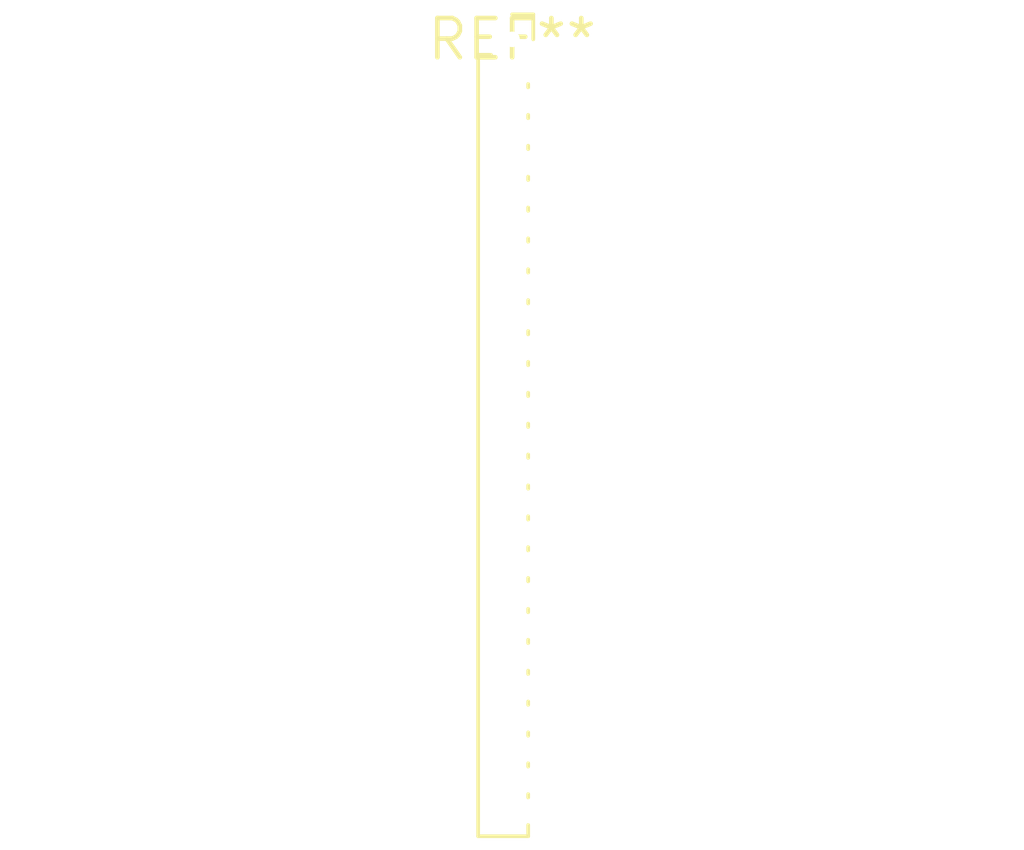
<source format=kicad_pcb>
(kicad_pcb (version 20240108) (generator pcbnew)
  (layers (0 "F.Cu" signal) (31 "B.Cu" signal) (34 "B.Paste" user) (35 "F.Paste" user) (36 "B.SilkS" user "B.Silkscreen") (37 "F.SilkS" user "F.Silkscreen") (38 "B.Mask" user) (39 "F.Mask" user) (44 "Edge.Cuts" user))
  (net 0 "")
  (footprint "PinSocket_1x26_P1.00mm_Vertical" (layer "F.Cu") (at 0 0)
    (property "Reference" "REF**")
    (property "Value" "PinSocket_1x26_P1.00mm_Vertical")
    (fp_line (start -1.1 0.5) (end -1.1 25.81) (layer "F.SilkS") (stroke (width 0.12)))
    (fp_line (start -1.1 0.5) (end -0.685 0.5) (layer "F.SilkS") (stroke (width 0.12)))
    (fp_line (start -1.1 25.81) (end 0.52 25.81) (layer "F.SilkS") (stroke (width 0.12)))
    (fp_line (start 0 -0.81) (end 0.685 -0.81) (layer "F.SilkS") (stroke (width 0.12)))
    (fp_line (start 0.52 1.445898) (end 0.52 1.554102) (layer "F.SilkS") (stroke (width 0.12)))
    (fp_line (start 0.52 2.445898) (end 0.52 2.554102) (layer "F.SilkS") (stroke (width 0.12)))
    (fp_line (start 0.52 3.445898) (end 0.52 3.554102) (layer "F.SilkS") (stroke (width 0.12)))
    (fp_line (start 0.52 4.445898) (end 0.52 4.554102) (layer "F.SilkS") (stroke (width 0.12)))
    (fp_line (start 0.52 5.445898) (end 0.52 5.554102) (layer "F.SilkS") (stroke (width 0.12)))
    (fp_line (start 0.52 6.445898) (end 0.52 6.554102) (layer "F.SilkS") (stroke (width 0.12)))
    (fp_line (start 0.52 7.445898) (end 0.52 7.554102) (layer "F.SilkS") (stroke (width 0.12)))
    (fp_line (start 0.52 8.445898) (end 0.52 8.554102) (layer "F.SilkS") (stroke (width 0.12)))
    (fp_line (start 0.52 9.445898) (end 0.52 9.554102) (layer "F.SilkS") (stroke (width 0.12)))
    (fp_line (start 0.52 10.445898) (end 0.52 10.554102) (layer "F.SilkS") (stroke (width 0.12)))
    (fp_line (start 0.52 11.445898) (end 0.52 11.554102) (layer "F.SilkS") (stroke (width 0.12)))
    (fp_line (start 0.52 12.445898) (end 0.52 12.554102) (layer "F.SilkS") (stroke (width 0.12)))
    (fp_line (start 0.52 13.445898) (end 0.52 13.554102) (layer "F.SilkS") (stroke (width 0.12)))
    (fp_line (start 0.52 14.445898) (end 0.52 14.554102) (layer "F.SilkS") (stroke (width 0.12)))
    (fp_line (start 0.52 15.445898) (end 0.52 15.554102) (layer "F.SilkS") (stroke (width 0.12)))
    (fp_line (start 0.52 16.445898) (end 0.52 16.554102) (layer "F.SilkS") (stroke (width 0.12)))
    (fp_line (start 0.52 17.445898) (end 0.52 17.554102) (layer "F.SilkS") (stroke (width 0.12)))
    (fp_line (start 0.52 18.445898) (end 0.52 18.554102) (layer "F.SilkS") (stroke (width 0.12)))
    (fp_line (start 0.52 19.445898) (end 0.52 19.554102) (layer "F.SilkS") (stroke (width 0.12)))
    (fp_line (start 0.52 20.445898) (end 0.52 20.554102) (layer "F.SilkS") (stroke (width 0.12)))
    (fp_line (start 0.52 21.445898) (end 0.52 21.554102) (layer "F.SilkS") (stroke (width 0.12)))
    (fp_line (start 0.52 22.445898) (end 0.52 22.554102) (layer "F.SilkS") (stroke (width 0.12)))
    (fp_line (start 0.52 23.445898) (end 0.52 23.554102) (layer "F.SilkS") (stroke (width 0.12)))
    (fp_line (start 0.52 24.445898) (end 0.52 24.554102) (layer "F.SilkS") (stroke (width 0.12)))
    (fp_line (start 0.52 25.445898) (end 0.52 25.81) (layer "F.SilkS") (stroke (width 0.12)))
    (fp_line (start 0.685 -0.81) (end 0.685 0) (layer "F.SilkS") (stroke (width 0.12)))
    (pad "1" thru_hole rect (at 0 0) (size 0.85 0.85) (drill 0.5) (layers *.Cu *.Mask) (remove_unused_layers))
    (pad "2" thru_hole oval (at 0 1) (size 0.85 0.85) (drill 0.5) (layers *.Cu *.Mask) (remove_unused_layers))
    (pad "3" thru_hole oval (at 0 2) (size 0.85 0.85) (drill 0.5) (layers *.Cu *.Mask) (remove_unused_layers))
    (pad "4" thru_hole oval (at 0 3) (size 0.85 0.85) (drill 0.5) (layers *.Cu *.Mask) (remove_unused_layers))
    (pad "5" thru_hole oval (at 0 4) (size 0.85 0.85) (drill 0.5) (layers *.Cu *.Mask) (remove_unused_layers))
    (pad "6" thru_hole oval (at 0 5) (size 0.85 0.85) (drill 0.5) (layers *.Cu *.Mask) (remove_unused_layers))
    (pad "7" thru_hole oval (at 0 6) (size 0.85 0.85) (drill 0.5) (layers *.Cu *.Mask) (remove_unused_layers))
    (pad "8" thru_hole oval (at 0 7) (size 0.85 0.85) (drill 0.5) (layers *.Cu *.Mask) (remove_unused_layers))
    (pad "9" thru_hole oval (at 0 8) (size 0.85 0.85) (drill 0.5) (layers *.Cu *.Mask) (remove_unused_layers))
    (pad "10" thru_hole oval (at 0 9) (size 0.85 0.85) (drill 0.5) (layers *.Cu *.Mask) (remove_unused_layers))
    (pad "11" thru_hole oval (at 0 10) (size 0.85 0.85) (drill 0.5) (layers *.Cu *.Mask) (remove_unused_layers))
    (pad "12" thru_hole oval (at 0 11) (size 0.85 0.85) (drill 0.5) (layers *.Cu *.Mask) (remove_unused_layers))
    (pad "13" thru_hole oval (at 0 12) (size 0.85 0.85) (drill 0.5) (layers *.Cu *.Mask) (remove_unused_layers))
    (pad "14" thru_hole oval (at 0 13) (size 0.85 0.85) (drill 0.5) (layers *.Cu *.Mask) (remove_unused_layers))
    (pad "15" thru_hole oval (at 0 14) (size 0.85 0.85) (drill 0.5) (layers *.Cu *.Mask) (remove_unused_layers))
    (pad "16" thru_hole oval (at 0 15) (size 0.85 0.85) (drill 0.5) (layers *.Cu *.Mask) (remove_unused_layers))
    (pad "17" thru_hole oval (at 0 16) (size 0.85 0.85) (drill 0.5) (layers *.Cu *.Mask) (remove_unused_layers))
    (pad "18" thru_hole oval (at 0 17) (size 0.85 0.85) (drill 0.5) (layers *.Cu *.Mask) (remove_unused_layers))
    (pad "19" thru_hole oval (at 0 18) (size 0.85 0.85) (drill 0.5) (layers *.Cu *.Mask) (remove_unused_layers))
    (pad "20" thru_hole oval (at 0 19) (size 0.85 0.85) (drill 0.5) (layers *.Cu *.Mask) (remove_unused_layers))
    (pad "21" thru_hole oval (at 0 20) (size 0.85 0.85) (drill 0.5) (layers *.Cu *.Mask) (remove_unused_layers))
    (pad "22" thru_hole oval (at 0 21) (size 0.85 0.85) (drill 0.5) (layers *.Cu *.Mask) (remove_unused_layers))
    (pad "23" thru_hole oval (at 0 22) (size 0.85 0.85) (drill 0.5) (layers *.Cu *.Mask) (remove_unused_layers))
    (pad "24" thru_hole oval (at 0 23) (size 0.85 0.85) (drill 0.5) (layers *.Cu *.Mask) (remove_unused_layers))
    (pad "25" thru_hole oval (at 0 24) (size 0.85 0.85) (drill 0.5) (layers *.Cu *.Mask) (remove_unused_layers))
    (pad "26" thru_hole oval (at 0 25) (size 0.85 0.85) (drill 0.5) (layers *.Cu *.Mask) (remove_unused_layers))
  )
)
</source>
